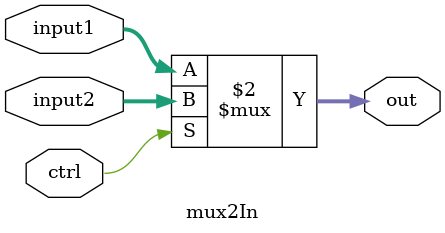
<source format=v>
module mux2In(input1, input2, out, ctrl);
    input [31:0] input1, input2;
    output [31:0] out;
    input ctrl;

    assign out = (ctrl == 1'b0) ? input1 : input2;
endmodule
</source>
